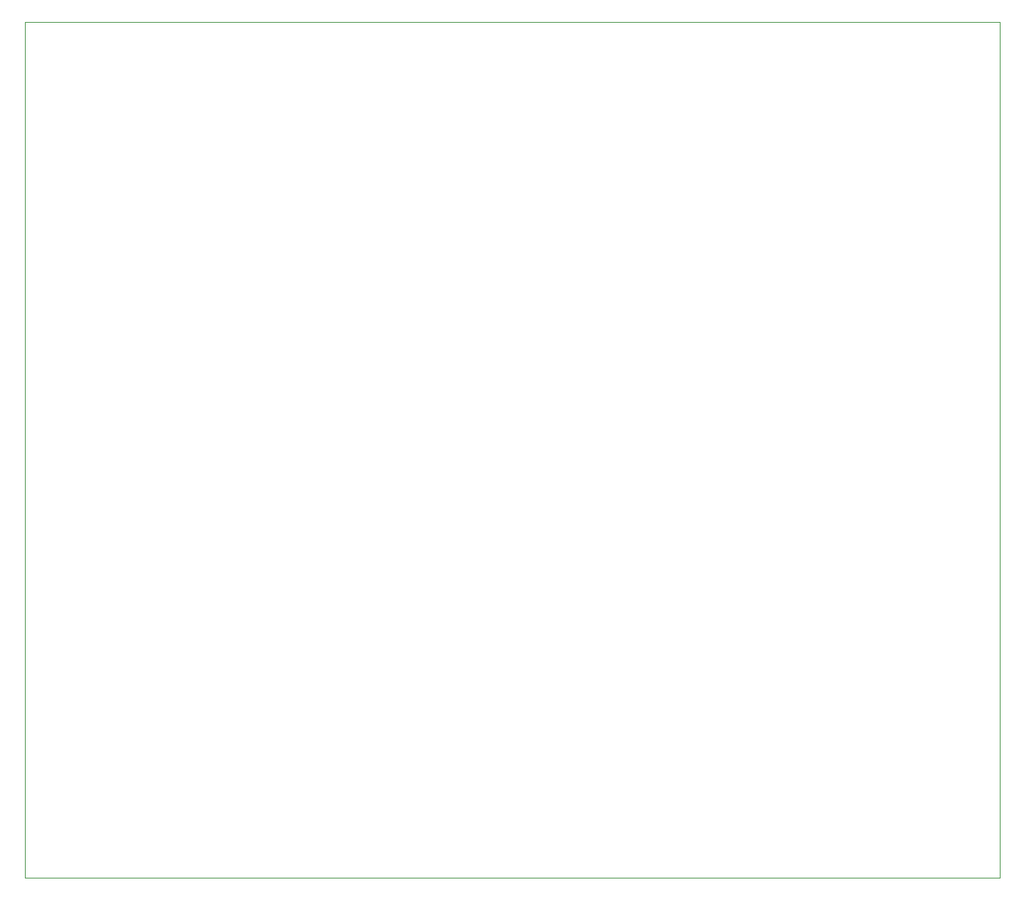
<source format=gbr>
%TF.GenerationSoftware,KiCad,Pcbnew,8.0.8*%
%TF.CreationDate,2025-03-12T15:52:42-05:00*%
%TF.ProjectId,group1_battlebot,67726f75-7031-45f6-9261-74746c65626f,rev?*%
%TF.SameCoordinates,Original*%
%TF.FileFunction,Profile,NP*%
%FSLAX46Y46*%
G04 Gerber Fmt 4.6, Leading zero omitted, Abs format (unit mm)*
G04 Created by KiCad (PCBNEW 8.0.8) date 2025-03-12 15:52:42*
%MOMM*%
%LPD*%
G01*
G04 APERTURE LIST*
%TA.AperFunction,Profile*%
%ADD10C,0.050000*%
%TD*%
G04 APERTURE END LIST*
D10*
X37846000Y-34036000D02*
X150389600Y-34036000D01*
X150389600Y-132842000D01*
X37846000Y-132842000D01*
X37846000Y-34036000D01*
M02*

</source>
